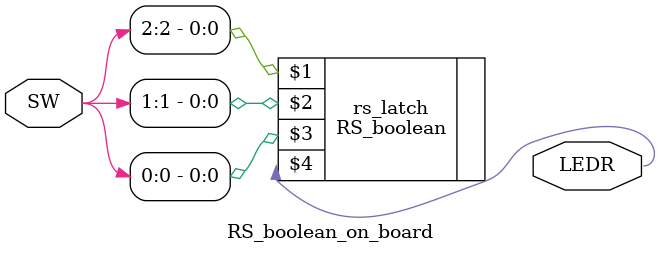
<source format=v>
module RS_boolean_on_board(input [3:0] SW,
									output [0:0] LEDR);
									
	RS_boolean rs_latch(SW[2], SW[1], SW[0], LEDR[0]);
	
endmodule

</source>
